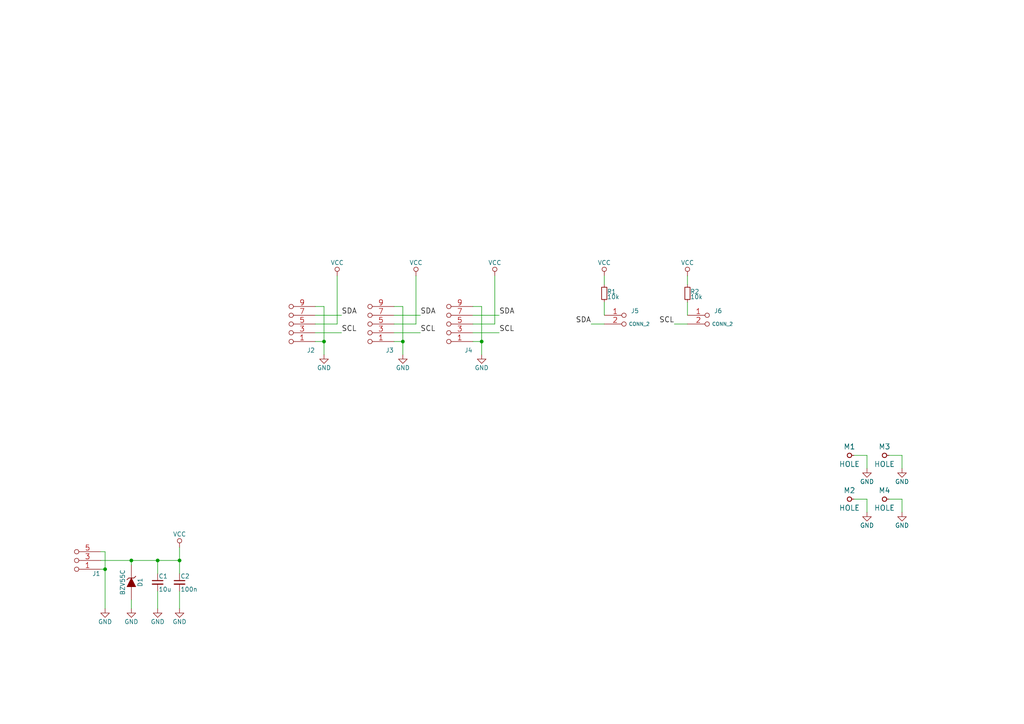
<source format=kicad_sch>
(kicad_sch (version 20230121) (generator eeschema)
  (paper "A4")
  (title_block (title "I2CHUB01B") (comment 1 "Simple I2C (TWI) bus HUB"))
  (lib_symbols
    (symbol "I2CHUB01-rescue:CONN_2" (pin_names (offset 1.016) hide)
      (property "Reference" "J" (at 1.27 2.54 0))
      (property "Value" "CONN_2" (at 2.54 -1.27 0))
      (symbol "CONN_2_1_1"
        (pin passive inverted (at -7.62 1.27 0) (length 6.35) (name "P1") (number "1"))
        (pin passive inverted (at -7.62 -1.27 0) (length 6.35) (name "PM") (number "2"))
      )
    )
    (symbol "I2CHUB01-rescue:C_Small" (pin_numbers hide) (pin_names (offset 0.254) hide)
      (property "Reference" "C" (at 0.254 1.778 0))
      (property "Value" "C_Small" (at 0.254 -2.032 0))
      (symbol "C_Small_0_1"
        (polyline (pts (xy -1.524 -0.508) (xy 1.524 -0.508)) (stroke (width 0.3302)))
        (polyline (pts (xy -1.524 0.508) (xy 1.524 0.508)) (stroke (width 0.3048)))
      )
      (symbol "C_Small_1_1"
        (pin passive line (at 0 2.54 270) (length 1.905) (name "~") (number "1"))
        (pin passive line (at 0 -2.54 90) (length 2.032) (name "~") (number "2"))
      )
    )
    (symbol "I2CHUB01-rescue:D_ZENER" (pin_numbers hide) (pin_names (offset 1.016) hide)
      (property "Reference" "D" (at 0 2.54 0))
      (property "Value" "D_ZENER" (at 0 -2.54 0))
      (symbol "D_ZENER_0_1"
        (polyline (pts (xy -1.778 1.27) (xy -1.27 0.762) (xy -1.27 -0.762) (xy -0.762 -1.27) (xy -0.762 -1.27)) (stroke (width 0.2032)))
        (polyline (pts (xy -1.27 0) (xy 1.27 1.27) (xy 1.27 -1.27) (xy -1.27 0) (xy -1.27 0)) (fill (type outline)))
      )
      (symbol "D_ZENER_1_1"
        (pin passive line (at 5.08 0 180) (length 3.81) (name "A") (number "1"))
        (pin passive line (at -5.08 0 0) (length 3.81) (name "K") (number "2"))
      )
    )
    (symbol "I2CHUB01-rescue:GND" (power) (pin_names (offset 0))
      (property "Value" "GND" (at 0 -3.81 0))
      (symbol "GND_0_1"
        (polyline (pts (xy 0 0) (xy 0 -1.27) (xy 1.27 -1.27) (xy 0 -2.54) (xy -1.27 -1.27) (xy 0 -1.27)))
      )
      (symbol "GND_1_1"
        (pin power_in line (at 0 0 270) (length 0) hide (name "GND") (number "1"))
      )
    )
    (symbol "I2CHUB01-rescue:HOLE" (pin_numbers hide) (pin_names (offset 1.016) hide)
      (property "Reference" "M" (at 0 2.54 0))
      (property "Value" "HOLE" (at 0 -2.54 0))
      (symbol "HOLE_0_1"
        (circle (center 0 0) (radius 0.635) (stroke (width 0.254)))
      )
      (symbol "HOLE_1_1"
        (pin input line (at 1.27 0 180) (length 0.635) (name "~") (number "1"))
      )
    )
    (symbol "I2CHUB01-rescue:JUMP_3X2" (pin_names (offset 1.016) hide)
      (property "Reference" "J" (at -8.89 5.08 0))
      (symbol "JUMP_3X2_1_1"
        (pin passive inverted (at -10.16 3.81 0) (length 7.62) (name "2") (number "1"))
        (pin passive inverted (at -10.16 3.81 0) (length 7.62) hide (name "2") (number "2"))
        (pin passive inverted (at -10.16 1.27 0) (length 7.62) (name "4") (number "3"))
        (pin passive inverted (at -10.16 1.27 0) (length 7.62) hide (name "4") (number "4"))
        (pin passive inverted (at -10.16 -1.27 0) (length 7.62) (name "6") (number "5"))
        (pin passive inverted (at -10.16 -1.27 0) (length 7.62) hide (name "6") (number "6"))
      )
    )
    (symbol "I2CHUB01-rescue:JUMP_5X2" (pin_names (offset 1.016) hide)
      (property "Reference" "J" (at -8.89 6.35 0))
      (symbol "JUMP_5X2_1_1"
        (pin passive inverted (at -10.16 3.81 0) (length 7.62) (name "2") (number "1"))
        (pin passive inverted (at -10.16 -6.35 0) (length 7.62) hide (name "10") (number "10"))
        (pin passive inverted (at -10.16 3.81 0) (length 7.62) hide (name "2") (number "2"))
        (pin passive inverted (at -10.16 1.27 0) (length 7.62) (name "4") (number "3"))
        (pin passive inverted (at -10.16 1.27 0) (length 7.62) hide (name "4") (number "4"))
        (pin passive inverted (at -10.16 -1.27 0) (length 7.62) (name "6") (number "5"))
        (pin passive inverted (at -10.16 -1.27 0) (length 7.62) hide (name "6") (number "6"))
        (pin passive inverted (at -10.16 -3.81 0) (length 7.62) (name "7") (number "7"))
        (pin passive inverted (at -10.16 -3.81 0) (length 7.62) hide (name "7") (number "8"))
        (pin passive inverted (at -10.16 -6.35 0) (length 7.62) (name "10") (number "9"))
      )
    )
    (symbol "I2CHUB01-rescue:R_Small" (pin_numbers hide) (pin_names (offset 0.254) hide)
      (property "Reference" "R" (at 0.762 0.508 0))
      (property "Value" "R_Small" (at 0.762 -1.016 0))
      (symbol "R_Small_0_1"
        (rectangle (start -0.762 1.778) (end 0.762 -1.778) (stroke (width 0.2032)))
      )
      (symbol "R_Small_1_1"
        (pin passive line (at 0 2.54 270) (length 0.762) (name "~") (number "1"))
        (pin passive line (at 0 -2.54 90) (length 0.762) (name "~") (number "2"))
      )
    )
    (symbol "I2CHUB01-rescue:VCC" (power) (pin_names (offset 0))
      (property "Value" "VCC" (at 0 3.81 0))
      (symbol "VCC_0_1"
        (polyline (pts (xy 0 0) (xy 0 1.27)))
        (circle (center 0 1.905) (radius 0.635))
      )
      (symbol "VCC_1_1"
        (pin power_in line (at 0 0 90) (length 0) hide (name "VCC") (number "1"))
      )
    )
  )
  (junction (at 116.84 99.06))
  (junction (at 93.98 99.06))
  (junction (at 52.07 162.56))
  (junction (at 30.48 165.1))
  (junction (at 38.1 162.56))
  (junction (at 45.72 162.56))
  (junction (at 139.7 99.06))
  (wire (pts (xy 97.79 93.98) (xy 97.79 80.01)))
  (wire (pts (xy 114.3 93.98) (xy 120.65 93.98)))
  (wire (pts (xy 137.16 88.9) (xy 139.7 88.9)))
  (wire (pts (xy 29.21 165.1) (xy 30.48 165.1)))
  (wire (pts (xy 137.16 91.44) (xy 144.78 91.44)))
  (wire (pts (xy 30.48 165.1) (xy 30.48 176.53)))
  (wire (pts (xy 38.1 163.83) (xy 38.1 162.56)))
  (wire (pts (xy 175.26 82.55) (xy 175.26 80.01)))
  (wire (pts (xy 175.26 91.44) (xy 175.26 87.63)))
  (wire (pts (xy 199.39 82.55) (xy 199.39 80.01)))
  (wire (pts (xy 137.16 93.98) (xy 143.51 93.98)))
  (wire (pts (xy 261.62 132.08) (xy 261.62 135.89)))
  (wire (pts (xy 247.65 132.08) (xy 251.46 132.08)))
  (wire (pts (xy 52.07 158.75) (xy 52.07 162.56)))
  (wire (pts (xy 91.44 99.06) (xy 93.98 99.06)))
  (wire (pts (xy 93.98 99.06) (xy 93.98 102.87)))
  (wire (pts (xy 91.44 93.98) (xy 97.79 93.98)))
  (wire (pts (xy 30.48 160.02) (xy 30.48 165.1)))
  (wire (pts (xy 251.46 144.78) (xy 251.46 148.59)))
  (wire (pts (xy 52.07 162.56) (xy 52.07 166.37)))
  (wire (pts (xy 45.72 166.37) (xy 45.72 162.56)))
  (wire (pts (xy 261.62 144.78) (xy 261.62 148.59)))
  (wire (pts (xy 139.7 88.9) (xy 139.7 99.06)))
  (wire (pts (xy 114.3 91.44) (xy 121.92 91.44)))
  (wire (pts (xy 38.1 176.53) (xy 38.1 173.99)))
  (wire (pts (xy 137.16 99.06) (xy 139.7 99.06)))
  (wire (pts (xy 45.72 162.56) (xy 52.07 162.56)))
  (wire (pts (xy 91.44 91.44) (xy 99.06 91.44)))
  (wire (pts (xy 199.39 91.44) (xy 199.39 87.63)))
  (wire (pts (xy 143.51 93.98) (xy 143.51 80.01)))
  (wire (pts (xy 52.07 176.53) (xy 52.07 171.45)))
  (wire (pts (xy 93.98 88.9) (xy 93.98 99.06)))
  (wire (pts (xy 38.1 162.56) (xy 45.72 162.56)))
  (wire (pts (xy 91.44 88.9) (xy 93.98 88.9)))
  (wire (pts (xy 45.72 176.53) (xy 45.72 171.45)))
  (wire (pts (xy 257.81 144.78) (xy 261.62 144.78)))
  (wire (pts (xy 137.16 96.52) (xy 144.78 96.52)))
  (wire (pts (xy 251.46 132.08) (xy 251.46 135.89)))
  (wire (pts (xy 199.39 93.98) (xy 195.58 93.98)))
  (wire (pts (xy 116.84 99.06) (xy 116.84 102.87)))
  (wire (pts (xy 114.3 99.06) (xy 116.84 99.06)))
  (wire (pts (xy 29.21 160.02) (xy 30.48 160.02)))
  (wire (pts (xy 139.7 99.06) (xy 139.7 102.87)))
  (wire (pts (xy 114.3 96.52) (xy 121.92 96.52)))
  (wire (pts (xy 116.84 88.9) (xy 116.84 99.06)))
  (wire (pts (xy 247.65 144.78) (xy 251.46 144.78)))
  (wire (pts (xy 257.81 132.08) (xy 261.62 132.08)))
  (wire (pts (xy 91.44 96.52) (xy 99.06 96.52)))
  (wire (pts (xy 29.21 162.56) (xy 38.1 162.56)))
  (wire (pts (xy 114.3 88.9) (xy 116.84 88.9)))
  (wire (pts (xy 120.65 93.98) (xy 120.65 80.01)))
  (wire (pts (xy 175.26 93.98) (xy 171.45 93.98)))
  (label "SDA" (at 171.45 93.98 180) (effects (font (size 1.524 1.524))))
  (label "SDA" (at 99.06 91.44 0) (effects (font (size 1.524 1.524))))
  (label "SDA" (at 144.78 91.44 0) (effects (font (size 1.524 1.524))))
  (label "SCL" (at 99.06 96.52 0) (effects (font (size 1.524 1.524))))
  (label "SCL" (at 195.58 93.98 180) (effects (font (size 1.524 1.524))))
  (label "SCL" (at 144.78 96.52 0) (effects (font (size 1.524 1.524))))
  (label "SDA" (at 121.92 91.44 0) (effects (font (size 1.524 1.524))))
  (label "SCL" (at 121.92 96.52 0) (effects (font (size 1.524 1.524))))
  (symbol (lib_id "I2CHUB01-rescue:D_ZENER") (at 38.1 168.91 270) (unit 1)
    (property "Reference" "D1" (at 40.64 168.91 0))
    (property "Value" "BZV55C" (at 35.56 168.91 0))
    (property "Footprint" "Mlab_D:Diode-MiniMELF_Standard" (effects hide))
  )
  (symbol (lib_id "I2CHUB01-rescue:JUMP_3X2") (at 19.05 161.29 180) (unit 1)
    (property "Reference" "J1" (at 27.94 166.37 0))
    (property "Value" "JUMP_3X2" (effects hide))
    (property "Footprint" "Mlab_Pin_Headers:Straight_2x03" (effects hide))
  )
  (symbol (lib_id "I2CHUB01-rescue:C_Small") (at 45.72 168.91 0) (unit 1)
    (property "Reference" "C1" (at 45.974 167.132 0) (effects (justify left)))
    (property "Value" "10u" (at 45.974 170.942 0) (effects (justify left)))
    (property "Footprint" "Mlab_R:SMD-0805" (effects hide))
  )
  (symbol (lib_id "I2CHUB01-rescue:C_Small") (at 52.07 168.91 0) (unit 1)
    (property "Reference" "C2" (at 52.324 167.132 0) (effects (justify left)))
    (property "Value" "100n" (at 52.324 170.942 0) (effects (justify left)))
    (property "Footprint" "Mlab_R:SMD-0805" (effects hide))
  )
  (symbol (lib_id "I2CHUB01-rescue:VCC") (at 52.07 158.75 0) (unit 1)
    (property "Reference" "#PWR01" (effects hide))
    (property "Value" "VCC" (at 52.07 154.94 0))
  )
  (symbol (lib_id "I2CHUB01-rescue:GND") (at 30.48 176.53 0) (unit 1)
    (property "Reference" "#PWR02" (effects hide))
    (property "Value" "GND" (at 30.48 180.34 0))
  )
  (symbol (lib_id "I2CHUB01-rescue:JUMP_5X2") (at 81.28 95.25 180) (unit 1)
    (property "Reference" "J2" (at 90.17 101.6 0))
    (property "Value" "JUMP_5X2" (effects hide))
    (property "Footprint" "Mlab_Pin_Headers:Straight_2x05" (effects hide))
  )
  (symbol (lib_id "I2CHUB01-rescue:HOLE") (at 246.38 132.08 0) (unit 1)
    (property "Reference" "M1" (at 246.38 129.54 0) (effects (font (size 1.524 1.524))))
    (property "Value" "HOLE" (at 246.38 134.62 0) (effects (font (size 1.524 1.524))))
    (property "Footprint" "Mlab_Mechanical:MountingHole_3mm" (effects hide))
  )
  (symbol (lib_id "I2CHUB01-rescue:VCC") (at 97.79 80.01 0) (unit 1)
    (property "Reference" "#PWR03" (effects hide))
    (property "Value" "VCC" (at 97.79 76.2 0))
  )
  (symbol (lib_id "I2CHUB01-rescue:GND") (at 93.98 102.87 0) (unit 1)
    (property "Reference" "#PWR04" (effects hide))
    (property "Value" "GND" (at 93.98 106.68 0))
  )
  (symbol (lib_id "I2CHUB01-rescue:JUMP_5X2") (at 104.14 95.25 180) (unit 1)
    (property "Reference" "J3" (at 113.03 101.6 0))
    (property "Value" "JUMP_5X2" (effects hide))
    (property "Footprint" "Mlab_Pin_Headers:Straight_2x05" (effects hide))
  )
  (symbol (lib_id "I2CHUB01-rescue:VCC") (at 120.65 80.01 0) (unit 1)
    (property "Reference" "#PWR05" (effects hide))
    (property "Value" "VCC" (at 120.65 76.2 0))
  )
  (symbol (lib_id "I2CHUB01-rescue:GND") (at 116.84 102.87 0) (unit 1)
    (property "Reference" "#PWR06" (effects hide))
    (property "Value" "GND" (at 116.84 106.68 0))
  )
  (symbol (lib_id "I2CHUB01-rescue:GND") (at 251.46 135.89 0) (unit 1)
    (property "Reference" "#PWR014" (effects hide))
    (property "Value" "GND" (at 251.46 139.7 0))
  )
  (symbol (lib_id "I2CHUB01-rescue:JUMP_5X2") (at 127 95.25 180) (unit 1)
    (property "Reference" "J4" (at 135.89 101.6 0))
    (property "Value" "JUMP_5X2" (effects hide))
    (property "Footprint" "Mlab_Pin_Headers:Straight_2x05" (effects hide))
  )
  (symbol (lib_id "I2CHUB01-rescue:VCC") (at 143.51 80.01 0) (unit 1)
    (property "Reference" "#PWR07" (effects hide))
    (property "Value" "VCC" (at 143.51 76.2 0))
  )
  (symbol (lib_id "I2CHUB01-rescue:GND") (at 139.7 102.87 0) (unit 1)
    (property "Reference" "#PWR08" (effects hide))
    (property "Value" "GND" (at 139.7 106.68 0))
  )
  (symbol (lib_id "I2CHUB01-rescue:HOLE") (at 256.54 132.08 0) (unit 1)
    (property "Reference" "M3" (at 256.54 129.54 0) (effects (font (size 1.524 1.524))))
    (property "Value" "HOLE" (at 256.54 134.62 0) (effects (font (size 1.524 1.524))))
    (property "Footprint" "Mlab_Mechanical:MountingHole_3mm" (effects hide))
  )
  (symbol (lib_id "I2CHUB01-rescue:GND") (at 261.62 135.89 0) (unit 1)
    (property "Reference" "#PWR015" (effects hide))
    (property "Value" "GND" (at 261.62 139.7 0))
  )
  (symbol (lib_id "I2CHUB01-rescue:HOLE") (at 246.38 144.78 0) (unit 1)
    (property "Reference" "M2" (at 246.38 142.24 0) (effects (font (size 1.524 1.524))))
    (property "Value" "HOLE" (at 246.38 147.32 0) (effects (font (size 1.524 1.524))))
    (property "Footprint" "Mlab_Mechanical:MountingHole_3mm" (effects hide))
  )
  (symbol (lib_id "I2CHUB01-rescue:GND") (at 251.46 148.59 0) (unit 1)
    (property "Reference" "#PWR016" (effects hide))
    (property "Value" "GND" (at 251.46 152.4 0))
  )
  (symbol (lib_id "I2CHUB01-rescue:HOLE") (at 256.54 144.78 0) (unit 1)
    (property "Reference" "M4" (at 256.54 142.24 0) (effects (font (size 1.524 1.524))))
    (property "Value" "HOLE" (at 256.54 147.32 0) (effects (font (size 1.524 1.524))))
    (property "Footprint" "Mlab_Mechanical:MountingHole_3mm" (effects hide))
  )
  (symbol (lib_id "I2CHUB01-rescue:GND") (at 261.62 148.59 0) (unit 1)
    (property "Reference" "#PWR017" (effects hide))
    (property "Value" "GND" (at 261.62 152.4 0))
  )
  (symbol (lib_id "I2CHUB01-rescue:CONN_2") (at 182.88 92.71 0) (unit 1)
    (property "Reference" "J5" (at 184.15 90.17 0))
    (property "Value" "CONN_2" (at 185.42 93.98 0) (effects (font (size 1.016 1.016))))
    (property "Footprint" "Mlab_Pin_Headers:Straight_1x02" (effects hide))
  )
  (symbol (lib_id "I2CHUB01-rescue:R_Small") (at 175.26 85.09 0) (unit 1)
    (property "Reference" "R1" (at 176.022 84.582 0) (effects (justify left)))
    (property "Value" "10k" (at 176.022 86.106 0) (effects (justify left)))
    (property "Footprint" "Mlab_R:SMD-0805" (effects hide))
  )
  (symbol (lib_id "I2CHUB01-rescue:VCC") (at 175.26 80.01 0) (unit 1)
    (property "Reference" "#PWR09" (effects hide))
    (property "Value" "VCC" (at 175.26 76.2 0))
  )
  (symbol (lib_id "I2CHUB01-rescue:CONN_2") (at 207.01 92.71 0) (unit 1)
    (property "Reference" "J6" (at 208.28 90.17 0))
    (property "Value" "CONN_2" (at 209.55 93.98 0) (effects (font (size 1.016 1.016))))
    (property "Footprint" "Mlab_Pin_Headers:Straight_1x02" (effects hide))
  )
  (symbol (lib_id "I2CHUB01-rescue:R_Small") (at 199.39 85.09 0) (unit 1)
    (property "Reference" "R2" (at 200.152 84.582 0) (effects (justify left)))
    (property "Value" "10k" (at 200.152 86.106 0) (effects (justify left)))
    (property "Footprint" "Mlab_R:SMD-0805" (effects hide))
  )
  (symbol (lib_id "I2CHUB01-rescue:VCC") (at 199.39 80.01 0) (unit 1)
    (property "Reference" "#PWR010" (effects hide))
    (property "Value" "VCC" (at 199.39 76.2 0))
  )
  (symbol (lib_id "I2CHUB01-rescue:GND") (at 38.1 176.53 0) (unit 1)
    (property "Reference" "#PWR011" (effects hide))
    (property "Value" "GND" (at 38.1 180.34 0))
  )
  (symbol (lib_id "I2CHUB01-rescue:GND") (at 45.72 176.53 0) (unit 1)
    (property "Reference" "#PWR012" (effects hide))
    (property "Value" "GND" (at 45.72 180.34 0))
  )
  (symbol (lib_id "I2CHUB01-rescue:GND") (at 52.07 176.53 0) (unit 1)
    (property "Reference" "#PWR013" (effects hide))
    (property "Value" "GND" (at 52.07 180.34 0))
  )
)
</source>
